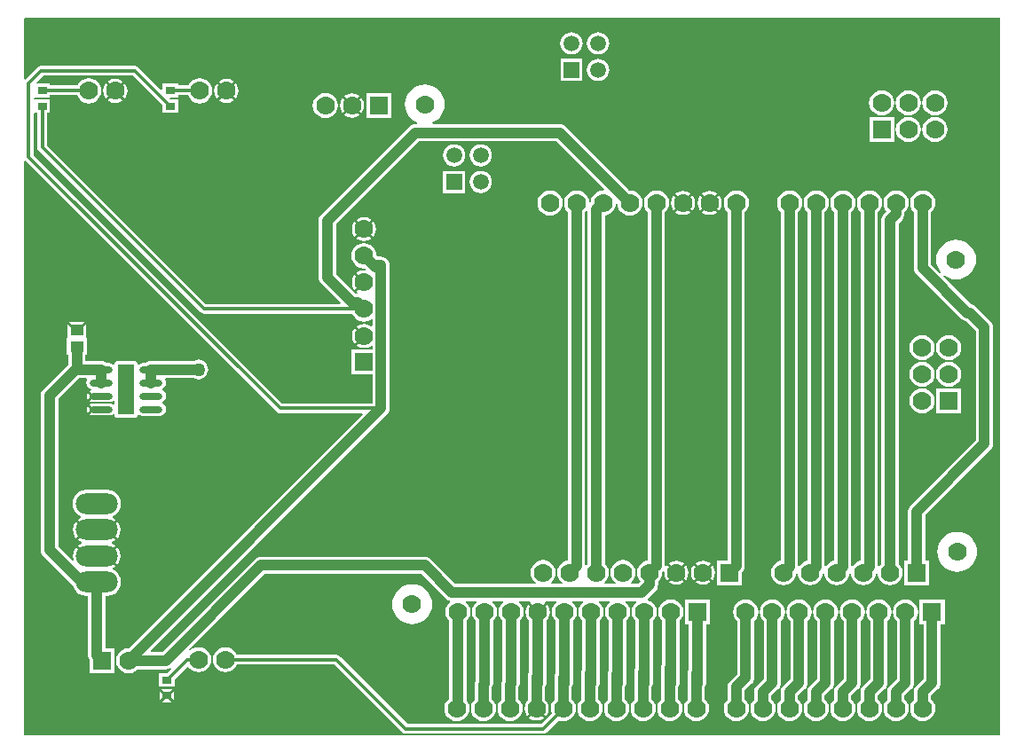
<source format=gbl>
G04 Layer_Physical_Order=2*
G04 Layer_Color=16711680*
%FSLAX25Y25*%
%MOIN*%
G70*
G01*
G75*
%ADD10R,0.05118X0.03937*%
%ADD14C,0.04000*%
%ADD15C,0.01200*%
%ADD18R,0.07000X0.07000*%
%ADD19C,0.07000*%
%ADD20C,0.07000*%
%ADD21C,0.05906*%
%ADD22R,0.05906X0.05906*%
%ADD23R,0.07000X0.07000*%
%ADD24O,0.15748X0.07874*%
%ADD25C,0.05000*%
%ADD26R,0.03543X0.02756*%
%ADD27O,0.08661X0.02362*%
%ADD28C,0.02500*%
%ADD29R,0.06299X0.18898*%
G36*
X255355Y196555D02*
Y64078D01*
X255231Y63982D01*
X254869Y63511D01*
X254369Y63681D01*
Y196159D01*
X254494Y196254D01*
X254855Y196725D01*
X255355Y196555D01*
D02*
G37*
G36*
X261392Y204791D02*
X261246Y204496D01*
X261131Y204345D01*
X259915Y204185D01*
X258771Y203712D01*
X257790Y202958D01*
X257036Y201976D01*
X256563Y200833D01*
X256437Y199881D01*
X256395Y199816D01*
X256361Y199798D01*
X255820Y200079D01*
X255721Y200833D01*
X255247Y201976D01*
X254494Y202958D01*
X253512Y203712D01*
X252369Y204185D01*
X251142Y204347D01*
X249915Y204185D01*
X248772Y203712D01*
X247790Y202958D01*
X247036Y201976D01*
X246563Y200833D01*
X246401Y199606D01*
X246563Y198379D01*
X247036Y197236D01*
X247790Y196254D01*
X247914Y196159D01*
Y65282D01*
X247356Y65209D01*
X246213Y64735D01*
X245231Y63982D01*
X244477Y63000D01*
X244004Y61857D01*
X243842Y60630D01*
X244004Y59403D01*
X244477Y58260D01*
X245231Y57278D01*
X245753Y56877D01*
X245583Y56377D01*
X241582D01*
X241413Y56877D01*
X241935Y57278D01*
X242688Y58260D01*
X243162Y59403D01*
X243323Y60630D01*
X243162Y61857D01*
X242688Y63000D01*
X241935Y63982D01*
X240953Y64735D01*
X239810Y65209D01*
X238583Y65371D01*
X237356Y65209D01*
X236212Y64735D01*
X235231Y63982D01*
X234477Y63000D01*
X234004Y61857D01*
X233842Y60630D01*
X234004Y59403D01*
X234477Y58260D01*
X235231Y57278D01*
X235753Y56877D01*
X235583Y56377D01*
X205668D01*
X196377Y65668D01*
X195708Y66181D01*
X194930Y66504D01*
X194095Y66613D01*
X132649D01*
X131813Y66504D01*
X131035Y66181D01*
X130366Y65668D01*
X95485Y30787D01*
X91280D01*
X91089Y31249D01*
X179942Y120102D01*
X180455Y120771D01*
X180778Y121549D01*
X180887Y122384D01*
Y176164D01*
X180778Y176999D01*
X180455Y177778D01*
X179942Y178446D01*
X179274Y178959D01*
X178495Y179281D01*
X177660Y179391D01*
X176388D01*
X176000Y179764D01*
X175839Y180991D01*
X175365Y182134D01*
X174612Y183116D01*
X173630Y183869D01*
X172487Y184343D01*
X171260Y184504D01*
X170033Y184343D01*
X168890Y183869D01*
X167908Y183116D01*
X167154Y182134D01*
X166681Y180991D01*
X166519Y179764D01*
X166681Y178537D01*
X167154Y177393D01*
X167908Y176412D01*
X168890Y175658D01*
X170033Y175185D01*
X171260Y175023D01*
X171415Y175044D01*
X171730Y174692D01*
X171521Y174268D01*
X171260Y174303D01*
X170085Y174148D01*
X168990Y173695D01*
X168450Y173280D01*
X171613Y170117D01*
X171260Y169764D01*
X171613Y169410D01*
X168450Y166247D01*
X168819Y165964D01*
X168668Y165501D01*
X168240Y165459D01*
X160708Y172991D01*
Y191577D01*
X191888Y222757D01*
X243427D01*
X261392Y204791D01*
D02*
G37*
G36*
X410138Y269291D02*
Y106D01*
X410138Y-394D01*
X43701D01*
Y215201D01*
X44201Y215409D01*
X138523Y121087D01*
X139118Y120689D01*
X139820Y120549D01*
X170607D01*
X170798Y120087D01*
X82990Y32279D01*
X82835Y32300D01*
X81608Y32138D01*
X80464Y31664D01*
X79483Y30911D01*
X78729Y29929D01*
X78256Y28786D01*
X78094Y27559D01*
X78256Y26332D01*
X78729Y25189D01*
X79483Y24207D01*
X80464Y23454D01*
X81608Y22980D01*
X82835Y22818D01*
X84061Y22980D01*
X85205Y23454D01*
X86187Y24207D01*
X86282Y24331D01*
X96822D01*
X97657Y24441D01*
X98436Y24764D01*
X98741Y24368D01*
X97227Y22853D01*
X94273D01*
Y17698D01*
X100216D01*
Y20652D01*
X104834Y25270D01*
X105333Y25237D01*
X105821Y24601D01*
X106803Y23847D01*
X107946Y23374D01*
X109173Y23212D01*
X110400Y23374D01*
X111544Y23847D01*
X112525Y24601D01*
X113279Y25583D01*
X113752Y26726D01*
X113914Y27953D01*
X113752Y29180D01*
X113279Y30323D01*
X112525Y31305D01*
X111544Y32058D01*
X110400Y32532D01*
X109173Y32693D01*
X107946Y32532D01*
X106803Y32058D01*
X105899Y31365D01*
X105569Y31741D01*
X133986Y60158D01*
X192758D01*
X202048Y50867D01*
X202717Y50354D01*
X203495Y50032D01*
X203617Y49512D01*
X203184Y49179D01*
X202430Y48197D01*
X201957Y47054D01*
X201795Y45827D01*
X201957Y44600D01*
X202430Y43457D01*
X203184Y42475D01*
X203308Y42379D01*
Y13356D01*
X202790Y12958D01*
X202036Y11976D01*
X201563Y10833D01*
X201401Y9606D01*
X201563Y8379D01*
X202036Y7236D01*
X202790Y6254D01*
X203771Y5501D01*
X204915Y5027D01*
X206142Y4866D01*
X207369Y5027D01*
X208512Y5501D01*
X209494Y6254D01*
X210247Y7236D01*
X210721Y8379D01*
X210882Y9606D01*
X210721Y10833D01*
X210247Y11976D01*
X209763Y12607D01*
Y42379D01*
X209888Y42475D01*
X210641Y43457D01*
X211115Y44600D01*
X211276Y45827D01*
X211115Y47054D01*
X210641Y48197D01*
X209888Y49179D01*
X209536Y49448D01*
X209697Y49922D01*
X213374D01*
X213535Y49448D01*
X213183Y49179D01*
X212430Y48197D01*
X211957Y47054D01*
X211795Y45827D01*
X211957Y44600D01*
X212430Y43457D01*
X213183Y42475D01*
X213308Y42379D01*
Y20024D01*
X213024Y19339D01*
X212914Y18504D01*
Y13054D01*
X212790Y12958D01*
X212036Y11976D01*
X211563Y10833D01*
X211401Y9606D01*
X211563Y8379D01*
X212036Y7236D01*
X212790Y6254D01*
X213772Y5501D01*
X214915Y5027D01*
X216142Y4866D01*
X217369Y5027D01*
X218512Y5501D01*
X219494Y6254D01*
X220247Y7236D01*
X220721Y8379D01*
X220882Y9606D01*
X220721Y10833D01*
X220247Y11976D01*
X219494Y12958D01*
X219369Y13054D01*
Y17377D01*
X219653Y18062D01*
X219763Y18898D01*
Y42379D01*
X219888Y42475D01*
X220641Y43457D01*
X221115Y44600D01*
X221276Y45827D01*
X221115Y47054D01*
X220641Y48197D01*
X219888Y49179D01*
X219536Y49448D01*
X219697Y49922D01*
X223374D01*
X223535Y49448D01*
X223183Y49179D01*
X222430Y48197D01*
X221957Y47054D01*
X221795Y45827D01*
X221957Y44600D01*
X222430Y43457D01*
X223183Y42475D01*
X223308Y42379D01*
Y20024D01*
X223024Y19339D01*
X222914Y18504D01*
Y13054D01*
X222790Y12958D01*
X222036Y11976D01*
X221563Y10833D01*
X221401Y9606D01*
X221563Y8379D01*
X222036Y7236D01*
X222790Y6254D01*
X223772Y5501D01*
X224915Y5027D01*
X226142Y4866D01*
X227369Y5027D01*
X228512Y5501D01*
X229494Y6254D01*
X230247Y7236D01*
X230721Y8379D01*
X230882Y9606D01*
X230721Y10833D01*
X230247Y11976D01*
X229494Y12958D01*
X229369Y13054D01*
Y17377D01*
X229653Y18062D01*
X229763Y18898D01*
Y42379D01*
X229888Y42475D01*
X230641Y43457D01*
X231115Y44600D01*
X231276Y45827D01*
X231115Y47054D01*
X230641Y48197D01*
X229888Y49179D01*
X229536Y49448D01*
X229697Y49922D01*
X233659D01*
X233829Y49422D01*
X233726Y49343D01*
X236536Y46534D01*
X239345Y49343D01*
X239242Y49422D01*
X239412Y49922D01*
X243374D01*
X243535Y49448D01*
X243183Y49179D01*
X242430Y48197D01*
X241957Y47054D01*
X241795Y45827D01*
X241957Y44600D01*
X242430Y43457D01*
X243183Y42475D01*
X243308Y42379D01*
Y22780D01*
X243024Y22095D01*
X242914Y21260D01*
Y13054D01*
X242790Y12958D01*
X242036Y11976D01*
X241563Y10833D01*
X241401Y9606D01*
X241563Y8379D01*
X241784Y7844D01*
X237744Y3804D01*
X187768D01*
X162321Y29250D01*
X161726Y29648D01*
X161024Y29788D01*
X123500D01*
X123279Y30323D01*
X122525Y31305D01*
X121544Y32058D01*
X120400Y32532D01*
X119173Y32693D01*
X117946Y32532D01*
X116803Y32058D01*
X115821Y31305D01*
X115068Y30323D01*
X114594Y29180D01*
X114433Y27953D01*
X114594Y26726D01*
X115068Y25583D01*
X115821Y24601D01*
X116803Y23847D01*
X117946Y23374D01*
X119173Y23212D01*
X120400Y23374D01*
X121544Y23847D01*
X122525Y24601D01*
X123279Y25583D01*
X123500Y26118D01*
X160263D01*
X185710Y671D01*
X186305Y273D01*
X187008Y133D01*
X238504D01*
X239206Y273D01*
X239802Y671D01*
X244380Y5249D01*
X244915Y5027D01*
X246142Y4866D01*
X247369Y5027D01*
X248512Y5501D01*
X249494Y6254D01*
X250247Y7236D01*
X250721Y8379D01*
X250882Y9606D01*
X250721Y10833D01*
X250247Y11976D01*
X249494Y12958D01*
X249369Y13054D01*
Y17377D01*
X249653Y18062D01*
X249763Y18898D01*
Y42379D01*
X249888Y42475D01*
X250641Y43457D01*
X251115Y44600D01*
X251276Y45827D01*
X251115Y47054D01*
X250641Y48197D01*
X249888Y49179D01*
X249536Y49448D01*
X249697Y49922D01*
X253374D01*
X253535Y49448D01*
X253184Y49179D01*
X252430Y48197D01*
X251957Y47054D01*
X251795Y45827D01*
X251957Y44600D01*
X252430Y43457D01*
X253184Y42475D01*
X253308Y42379D01*
Y24355D01*
X253024Y23670D01*
X252914Y22835D01*
Y13054D01*
X252790Y12958D01*
X252036Y11976D01*
X251563Y10833D01*
X251401Y9606D01*
X251563Y8379D01*
X252036Y7236D01*
X252790Y6254D01*
X253771Y5501D01*
X254915Y5027D01*
X256142Y4866D01*
X257369Y5027D01*
X258512Y5501D01*
X259494Y6254D01*
X260247Y7236D01*
X260721Y8379D01*
X260882Y9606D01*
X260721Y10833D01*
X260247Y11976D01*
X259494Y12958D01*
X259369Y13054D01*
Y17377D01*
X259653Y18062D01*
X259763Y18898D01*
Y42379D01*
X259888Y42475D01*
X260641Y43457D01*
X261115Y44600D01*
X261276Y45827D01*
X261115Y47054D01*
X260641Y48197D01*
X259888Y49179D01*
X259536Y49448D01*
X259697Y49922D01*
X263374D01*
X263535Y49448D01*
X263183Y49179D01*
X262430Y48197D01*
X261957Y47054D01*
X261795Y45827D01*
X261957Y44600D01*
X262430Y43457D01*
X263183Y42475D01*
X263308Y42379D01*
Y23961D01*
X263024Y23276D01*
X262914Y22441D01*
Y13054D01*
X262790Y12958D01*
X262036Y11976D01*
X261563Y10833D01*
X261401Y9606D01*
X261563Y8379D01*
X262036Y7236D01*
X262790Y6254D01*
X263772Y5501D01*
X264915Y5027D01*
X266142Y4866D01*
X267369Y5027D01*
X268512Y5501D01*
X269494Y6254D01*
X270247Y7236D01*
X270721Y8379D01*
X270882Y9606D01*
X270721Y10833D01*
X270247Y11976D01*
X269494Y12958D01*
X269369Y13054D01*
Y17377D01*
X269653Y18062D01*
X269763Y18898D01*
Y42379D01*
X269888Y42475D01*
X270641Y43457D01*
X271115Y44600D01*
X271276Y45827D01*
X271115Y47054D01*
X270641Y48197D01*
X269888Y49179D01*
X269536Y49448D01*
X269697Y49922D01*
X273374D01*
X273535Y49448D01*
X273183Y49179D01*
X272430Y48197D01*
X271957Y47054D01*
X271795Y45827D01*
X271957Y44600D01*
X272430Y43457D01*
X273183Y42475D01*
X273308Y42379D01*
Y24749D01*
X273024Y24064D01*
X272914Y23228D01*
Y13054D01*
X272790Y12958D01*
X272036Y11976D01*
X271563Y10833D01*
X271401Y9606D01*
X271563Y8379D01*
X272036Y7236D01*
X272790Y6254D01*
X273772Y5501D01*
X274915Y5027D01*
X276142Y4866D01*
X277369Y5027D01*
X278512Y5501D01*
X279494Y6254D01*
X280247Y7236D01*
X280721Y8379D01*
X280882Y9606D01*
X280721Y10833D01*
X280247Y11976D01*
X279494Y12958D01*
X279369Y13054D01*
Y17377D01*
X279653Y18062D01*
X279763Y18898D01*
Y42379D01*
X279888Y42475D01*
X280641Y43457D01*
X281115Y44600D01*
X281276Y45827D01*
X281115Y47054D01*
X280641Y48197D01*
X279888Y49179D01*
X278906Y49932D01*
X277977Y50317D01*
X277873Y50867D01*
X280865Y53860D01*
X281378Y54528D01*
X281700Y55307D01*
X281810Y56142D01*
Y57182D01*
X281935Y57278D01*
X282688Y58260D01*
X283162Y59403D01*
X283323Y60630D01*
X283301Y60799D01*
X283376Y60870D01*
X283424Y60907D01*
X283448Y60938D01*
X283650Y61128D01*
X284086Y60948D01*
X284044Y60630D01*
X284199Y59455D01*
X284652Y58360D01*
X285066Y57821D01*
X287876Y60630D01*
X285066Y63439D01*
X284864Y63175D01*
X284369Y63352D01*
Y196159D01*
X284494Y196254D01*
X285247Y197236D01*
X285721Y198379D01*
X285882Y199606D01*
X285721Y200833D01*
X285247Y201976D01*
X284494Y202958D01*
X283512Y203712D01*
X282369Y204185D01*
X281142Y204347D01*
X279915Y204185D01*
X278771Y203712D01*
X277790Y202958D01*
X277036Y201976D01*
X276563Y200833D01*
X276401Y199606D01*
X276563Y198379D01*
X277036Y197236D01*
X277790Y196254D01*
X277914Y196159D01*
Y65282D01*
X277356Y65209D01*
X276213Y64735D01*
X275231Y63982D01*
X274477Y63000D01*
X274004Y61857D01*
X273842Y60630D01*
X274004Y59403D01*
X274477Y58260D01*
X275198Y57321D01*
X274254Y56377D01*
X271583D01*
X271413Y56877D01*
X271935Y57278D01*
X272688Y58260D01*
X273162Y59403D01*
X273323Y60630D01*
X273162Y61857D01*
X272688Y63000D01*
X271935Y63982D01*
X270953Y64735D01*
X269810Y65209D01*
X268583Y65371D01*
X267356Y65209D01*
X266213Y64735D01*
X265231Y63982D01*
X264477Y63000D01*
X264004Y61857D01*
X263842Y60630D01*
X264004Y59403D01*
X264477Y58260D01*
X265231Y57278D01*
X265753Y56877D01*
X265583Y56377D01*
X261582D01*
X261413Y56877D01*
X261935Y57278D01*
X262688Y58260D01*
X263162Y59403D01*
X263323Y60630D01*
X263162Y61857D01*
X262688Y63000D01*
X261935Y63982D01*
X261810Y64078D01*
Y194954D01*
X262369Y195027D01*
X263512Y195501D01*
X264494Y196254D01*
X265247Y197236D01*
X265721Y198379D01*
X265821Y199142D01*
X266040Y199340D01*
X266362Y199417D01*
X266435Y199352D01*
X266563Y198379D01*
X267036Y197236D01*
X267790Y196254D01*
X268772Y195501D01*
X269915Y195027D01*
X271142Y194866D01*
X272369Y195027D01*
X273512Y195501D01*
X274494Y196254D01*
X275247Y197236D01*
X275721Y198379D01*
X275882Y199606D01*
X275721Y200833D01*
X275247Y201976D01*
X274494Y202958D01*
X273512Y203712D01*
X272369Y204185D01*
X271142Y204347D01*
X270986Y204326D01*
X247046Y228267D01*
X246378Y228779D01*
X245599Y229102D01*
X244764Y229212D01*
X197079D01*
X196959Y229698D01*
X198254Y230390D01*
X199388Y231321D01*
X200319Y232455D01*
X201011Y233749D01*
X201437Y235154D01*
X201581Y236614D01*
X201437Y238075D01*
X201011Y239479D01*
X200319Y240773D01*
X199388Y241908D01*
X198254Y242839D01*
X196959Y243530D01*
X195555Y243956D01*
X194095Y244100D01*
X192634Y243956D01*
X191230Y243530D01*
X189936Y242839D01*
X188801Y241908D01*
X187870Y240773D01*
X187178Y239479D01*
X186752Y238075D01*
X186608Y236614D01*
X186752Y235154D01*
X187178Y233749D01*
X187870Y232455D01*
X188801Y231321D01*
X189936Y230390D01*
X191230Y229698D01*
X191110Y229212D01*
X190551D01*
X189716Y229102D01*
X188937Y228779D01*
X188269Y228267D01*
X155198Y195196D01*
X154685Y194527D01*
X154363Y193749D01*
X154253Y192913D01*
Y171653D01*
X154363Y170818D01*
X154685Y170040D01*
X155198Y169371D01*
X162508Y162061D01*
X162317Y161599D01*
X111863D01*
X52229Y221233D01*
Y233446D01*
X53365D01*
Y238602D01*
X47422D01*
X47111Y238973D01*
Y238980D01*
X47422Y239351D01*
X53365D01*
Y240094D01*
X63426D01*
X63729Y239362D01*
X64482Y238380D01*
X65464Y237627D01*
X66608Y237153D01*
X67835Y236992D01*
X69061Y237153D01*
X70205Y237627D01*
X71187Y238380D01*
X71940Y239362D01*
X72414Y240505D01*
X72575Y241732D01*
X72414Y242959D01*
X71940Y244103D01*
X71187Y245084D01*
X70205Y245838D01*
X69061Y246311D01*
X67835Y246473D01*
X66608Y246311D01*
X65464Y245838D01*
X64482Y245084D01*
X63729Y244103D01*
X63589Y243764D01*
X53365D01*
Y244507D01*
X48543D01*
X48352Y244969D01*
X50760Y247377D01*
X84476D01*
X95454Y236400D01*
Y233446D01*
X101397D01*
Y238602D01*
X98521D01*
X98309Y238866D01*
X98524Y239351D01*
X101397D01*
Y240094D01*
X105158D01*
X105462Y239362D01*
X106215Y238380D01*
X107197Y237627D01*
X108340Y237153D01*
X109567Y236992D01*
X110794Y237153D01*
X111937Y237627D01*
X112919Y238380D01*
X113672Y239362D01*
X114146Y240505D01*
X114307Y241732D01*
X114146Y242959D01*
X113672Y244103D01*
X112919Y245084D01*
X111937Y245838D01*
X110794Y246311D01*
X109567Y246473D01*
X108340Y246311D01*
X107197Y245838D01*
X106215Y245084D01*
X105462Y244103D01*
X105321Y243764D01*
X101397D01*
Y244507D01*
X95454D01*
Y242244D01*
X94992Y242053D01*
X86534Y250510D01*
X85939Y250908D01*
X85236Y251048D01*
X50000D01*
X49298Y250908D01*
X48702Y250510D01*
X44201Y246009D01*
X43701Y246216D01*
Y268791D01*
X44201Y269291D01*
X410138Y269291D01*
D02*
G37*
G36*
X48558Y220472D02*
X48698Y219770D01*
X49096Y219175D01*
X109805Y158466D01*
X110400Y158068D01*
X111102Y157929D01*
X166933D01*
X167154Y157394D01*
X167908Y156412D01*
X168890Y155658D01*
X170033Y155185D01*
X171260Y155023D01*
X172487Y155185D01*
X173630Y155658D01*
X173984Y155930D01*
X174432Y155709D01*
Y153409D01*
X173984Y153188D01*
X173529Y153537D01*
X172435Y153990D01*
X171260Y154145D01*
X170085Y153990D01*
X168990Y153537D01*
X168450Y153123D01*
X171613Y149960D01*
X171260Y149606D01*
X171613Y149253D01*
X168450Y146090D01*
X168990Y145676D01*
X170085Y145222D01*
X171260Y145068D01*
X172435Y145222D01*
X173529Y145676D01*
X173984Y146024D01*
X174432Y145803D01*
Y144464D01*
X166560D01*
Y135064D01*
X174432D01*
Y124220D01*
X140581D01*
X47111Y217689D01*
Y233075D01*
X47422Y233446D01*
X48558D01*
Y220472D01*
D02*
G37*
%LPC*%
G36*
X63101Y79893D02*
X62617Y79261D01*
X62119Y78061D01*
X61950Y76772D01*
X62119Y75483D01*
X62617Y74282D01*
X63101Y73651D01*
X66222Y76772D01*
X63101Y79893D01*
D02*
G37*
G36*
X78631D02*
X75510Y76772D01*
X78631Y73651D01*
X79116Y74282D01*
X79613Y75483D01*
X79783Y76772D01*
X79613Y78061D01*
X79116Y79261D01*
X78631Y79893D01*
D02*
G37*
G36*
X394094Y75990D02*
X392634Y75846D01*
X391230Y75420D01*
X389935Y74728D01*
X388801Y73797D01*
X387870Y72663D01*
X387178Y71369D01*
X386752Y69964D01*
X386608Y68504D01*
X386752Y67044D01*
X387178Y65639D01*
X387870Y64345D01*
X388801Y63210D01*
X389935Y62279D01*
X391230Y61588D01*
X392634Y61162D01*
X394094Y61018D01*
X395555Y61162D01*
X396959Y61588D01*
X398253Y62279D01*
X399388Y63210D01*
X400319Y64345D01*
X401011Y65639D01*
X401437Y67044D01*
X401580Y68504D01*
X401437Y69964D01*
X401011Y71369D01*
X400319Y72663D01*
X399388Y73797D01*
X398253Y74728D01*
X396959Y75420D01*
X395555Y75846D01*
X394094Y75990D01*
D02*
G37*
G36*
X371142Y204347D02*
X369915Y204185D01*
X368772Y203712D01*
X367790Y202958D01*
X367036Y201976D01*
X366563Y200833D01*
X366401Y199606D01*
X366563Y198379D01*
X367036Y197236D01*
X367568Y196543D01*
X366615Y195589D01*
X366103Y194921D01*
X365780Y194142D01*
X365670Y193307D01*
Y64078D01*
X365546Y63982D01*
X364869Y63101D01*
X364441Y63192D01*
X364369Y63231D01*
Y196159D01*
X364494Y196254D01*
X365247Y197236D01*
X365721Y198379D01*
X365882Y199606D01*
X365721Y200833D01*
X365247Y201976D01*
X364494Y202958D01*
X363512Y203712D01*
X362369Y204185D01*
X361142Y204347D01*
X359915Y204185D01*
X358771Y203712D01*
X357790Y202958D01*
X357036Y201976D01*
X356563Y200833D01*
X356401Y199606D01*
X356563Y198379D01*
X357036Y197236D01*
X357790Y196254D01*
X357914Y196159D01*
Y65241D01*
X357671Y65209D01*
X356527Y64735D01*
X355546Y63982D01*
X354869Y63101D01*
X354441Y63192D01*
X354369Y63231D01*
Y196159D01*
X354494Y196254D01*
X355247Y197236D01*
X355721Y198379D01*
X355882Y199606D01*
X355721Y200833D01*
X355247Y201976D01*
X354494Y202958D01*
X353512Y203712D01*
X352369Y204185D01*
X351142Y204347D01*
X349915Y204185D01*
X348772Y203712D01*
X347790Y202958D01*
X347036Y201976D01*
X346563Y200833D01*
X346401Y199606D01*
X346563Y198379D01*
X347036Y197236D01*
X347790Y196254D01*
X347914Y196159D01*
Y65241D01*
X347671Y65209D01*
X346527Y64735D01*
X345546Y63982D01*
X344869Y63101D01*
X344441Y63192D01*
X344369Y63231D01*
Y196159D01*
X344494Y196254D01*
X345247Y197236D01*
X345721Y198379D01*
X345882Y199606D01*
X345721Y200833D01*
X345247Y201976D01*
X344494Y202958D01*
X343512Y203712D01*
X342369Y204185D01*
X341142Y204347D01*
X339915Y204185D01*
X338772Y203712D01*
X337790Y202958D01*
X337036Y201976D01*
X336563Y200833D01*
X336401Y199606D01*
X336563Y198379D01*
X337036Y197236D01*
X337790Y196254D01*
X337914Y196159D01*
Y65241D01*
X337671Y65209D01*
X336527Y64735D01*
X335546Y63982D01*
X334869Y63101D01*
X334441Y63192D01*
X334369Y63231D01*
Y196159D01*
X334494Y196254D01*
X335247Y197236D01*
X335721Y198379D01*
X335882Y199606D01*
X335721Y200833D01*
X335247Y201976D01*
X334494Y202958D01*
X333512Y203712D01*
X332369Y204185D01*
X331142Y204347D01*
X329915Y204185D01*
X328771Y203712D01*
X327790Y202958D01*
X327036Y201976D01*
X326563Y200833D01*
X326401Y199606D01*
X326563Y198379D01*
X327036Y197236D01*
X327790Y196254D01*
X327914Y196159D01*
Y65241D01*
X327671Y65209D01*
X326527Y64735D01*
X325546Y63982D01*
X324792Y63000D01*
X324319Y61857D01*
X324157Y60630D01*
X324319Y59403D01*
X324792Y58260D01*
X325546Y57278D01*
X326527Y56524D01*
X327671Y56051D01*
X328898Y55889D01*
X330125Y56051D01*
X331268Y56524D01*
X332250Y57278D01*
X333003Y58260D01*
X333477Y59403D01*
X333613Y60436D01*
X333672Y60481D01*
X334206Y60258D01*
X334319Y59403D01*
X334792Y58260D01*
X335546Y57278D01*
X336527Y56524D01*
X337671Y56051D01*
X338898Y55889D01*
X340125Y56051D01*
X341268Y56524D01*
X342250Y57278D01*
X343003Y58260D01*
X343477Y59403D01*
X343613Y60436D01*
X343672Y60481D01*
X344206Y60258D01*
X344319Y59403D01*
X344792Y58260D01*
X345546Y57278D01*
X346527Y56524D01*
X347671Y56051D01*
X348898Y55889D01*
X350125Y56051D01*
X351268Y56524D01*
X352250Y57278D01*
X353003Y58260D01*
X353477Y59403D01*
X353613Y60436D01*
X353672Y60481D01*
X354206Y60258D01*
X354319Y59403D01*
X354792Y58260D01*
X355546Y57278D01*
X356527Y56524D01*
X357671Y56051D01*
X358898Y55889D01*
X360125Y56051D01*
X361268Y56524D01*
X362250Y57278D01*
X363003Y58260D01*
X363477Y59403D01*
X363613Y60436D01*
X363672Y60481D01*
X364206Y60258D01*
X364319Y59403D01*
X364792Y58260D01*
X365546Y57278D01*
X366527Y56524D01*
X367671Y56051D01*
X368898Y55889D01*
X370125Y56051D01*
X371268Y56524D01*
X372250Y57278D01*
X373003Y58260D01*
X373477Y59403D01*
X373638Y60630D01*
X373477Y61857D01*
X373003Y63000D01*
X372250Y63982D01*
X372125Y64078D01*
Y191970D01*
X373424Y193269D01*
X373937Y193937D01*
X374259Y194716D01*
X374369Y195551D01*
Y196159D01*
X374494Y196254D01*
X375247Y197236D01*
X375721Y198379D01*
X375882Y199606D01*
X375721Y200833D01*
X375247Y201976D01*
X374494Y202958D01*
X373512Y203712D01*
X372369Y204185D01*
X371142Y204347D01*
D02*
G37*
G36*
X298583Y65169D02*
X297408Y65014D01*
X296313Y64561D01*
X295774Y64146D01*
X298583Y61337D01*
X301392Y64146D01*
X300852Y64561D01*
X299758Y65014D01*
X298583Y65169D01*
D02*
G37*
G36*
X78631Y70050D02*
X75510Y66929D01*
X78631Y63808D01*
X79116Y64439D01*
X79613Y65640D01*
X79783Y66929D01*
X79613Y68218D01*
X79116Y69419D01*
X78631Y70050D01*
D02*
G37*
G36*
X288583Y65169D02*
X287408Y65014D01*
X286313Y64561D01*
X285773Y64146D01*
X288583Y61337D01*
X291392Y64146D01*
X290852Y64561D01*
X289757Y65014D01*
X288583Y65169D01*
D02*
G37*
G36*
X380945Y129937D02*
X379718Y129776D01*
X378574Y129302D01*
X377593Y128549D01*
X376839Y127567D01*
X376366Y126424D01*
X376204Y125197D01*
X376366Y123970D01*
X376839Y122827D01*
X377593Y121845D01*
X378574Y121091D01*
X379718Y120618D01*
X380945Y120456D01*
X382172Y120618D01*
X383315Y121091D01*
X384297Y121845D01*
X385050Y122827D01*
X385524Y123970D01*
X385685Y125197D01*
X385524Y126424D01*
X385050Y127567D01*
X384297Y128549D01*
X383315Y129302D01*
X382172Y129776D01*
X380945Y129937D01*
D02*
G37*
G36*
X390945Y149937D02*
X389718Y149776D01*
X388575Y149302D01*
X387593Y148549D01*
X386839Y147567D01*
X386366Y146424D01*
X386204Y145197D01*
X386366Y143970D01*
X386839Y142827D01*
X387593Y141845D01*
X388575Y141091D01*
X389718Y140618D01*
X390945Y140456D01*
X392172Y140618D01*
X393315Y141091D01*
X394297Y141845D01*
X395050Y142827D01*
X395524Y143970D01*
X395685Y145197D01*
X395524Y146424D01*
X395050Y147567D01*
X394297Y148549D01*
X393315Y149302D01*
X392172Y149776D01*
X390945Y149937D01*
D02*
G37*
G36*
X380945D02*
X379718Y149776D01*
X378574Y149302D01*
X377593Y148549D01*
X376839Y147567D01*
X376366Y146424D01*
X376204Y145197D01*
X376366Y143970D01*
X376839Y142827D01*
X377593Y141845D01*
X378574Y141091D01*
X379718Y140618D01*
X380945Y140456D01*
X382172Y140618D01*
X383315Y141091D01*
X384297Y141845D01*
X385050Y142827D01*
X385524Y143970D01*
X385685Y145197D01*
X385524Y146424D01*
X385050Y147567D01*
X384297Y148549D01*
X383315Y149302D01*
X382172Y149776D01*
X380945Y149937D01*
D02*
G37*
G36*
X167743Y152416D02*
X167329Y151876D01*
X166876Y150781D01*
X166721Y149606D01*
X166876Y148432D01*
X167329Y147337D01*
X167743Y146797D01*
X170553Y149606D01*
X167743Y152416D01*
D02*
G37*
G36*
Y172573D02*
X167329Y172033D01*
X166876Y170939D01*
X166721Y169764D01*
X166876Y168589D01*
X167329Y167494D01*
X167743Y166954D01*
X170553Y169764D01*
X167743Y172573D01*
D02*
G37*
G36*
X66238Y154937D02*
X60534D01*
X63149Y152322D01*
X62442Y151615D01*
X59827Y154230D01*
Y149255D01*
X59627Y148838D01*
X59627Y148583D01*
Y142501D01*
X60158D01*
Y138739D01*
X50867Y129448D01*
X50354Y128779D01*
X50032Y128001D01*
X49922Y127165D01*
Y69291D01*
X50032Y68456D01*
X50354Y67677D01*
X50867Y67009D01*
X61893Y55983D01*
X61924Y55746D01*
X62442Y54496D01*
X63265Y53423D01*
X64338Y52600D01*
X65588Y52082D01*
X66929Y51905D01*
X67639D01*
Y29527D01*
X67749Y28692D01*
X68071Y27914D01*
X68135Y27831D01*
Y22859D01*
X77535D01*
Y32259D01*
X74094D01*
Y51905D01*
X74803D01*
X76144Y52082D01*
X77394Y52600D01*
X78467Y53423D01*
X79290Y54496D01*
X79808Y55746D01*
X79984Y57087D01*
X79808Y58428D01*
X79290Y59677D01*
X78467Y60750D01*
X77394Y61574D01*
X76738Y61845D01*
Y62387D01*
X77293Y62617D01*
X77924Y63101D01*
X74450Y66575D01*
X74803Y66929D01*
X74450Y67283D01*
X77924Y70757D01*
X77293Y71241D01*
X76476Y71580D01*
Y72121D01*
X77293Y72459D01*
X77924Y72944D01*
X74450Y76418D01*
X74803Y76772D01*
X74450Y77125D01*
X77924Y80600D01*
X77293Y81084D01*
X76738Y81314D01*
Y81855D01*
X77394Y82127D01*
X78467Y82951D01*
X79290Y84024D01*
X79808Y85273D01*
X79984Y86614D01*
X79808Y87955D01*
X79290Y89205D01*
X78467Y90278D01*
X77394Y91101D01*
X76144Y91619D01*
X74803Y91796D01*
X66929D01*
X65588Y91619D01*
X64338Y91101D01*
X63265Y90278D01*
X62442Y89205D01*
X61924Y87955D01*
X61748Y86614D01*
X61924Y85273D01*
X62442Y84024D01*
X63265Y82951D01*
X64338Y82127D01*
X64995Y81855D01*
Y81314D01*
X64439Y81084D01*
X63808Y80600D01*
X67283Y77125D01*
X66929Y76772D01*
X67283Y76418D01*
X63808Y72944D01*
X64439Y72459D01*
X65256Y72121D01*
Y71580D01*
X64439Y71241D01*
X63808Y70757D01*
X67283Y67283D01*
X66576Y66575D01*
X63101Y70050D01*
X62617Y69419D01*
X62119Y68218D01*
X61950Y66929D01*
X62119Y65640D01*
X62152Y65560D01*
X61729Y65277D01*
X56377Y70628D01*
Y125828D01*
X64349Y133800D01*
X67010D01*
X67278Y133300D01*
X67048Y132957D01*
X66864Y132028D01*
X67048Y131098D01*
X67575Y130311D01*
X68362Y129785D01*
X68886Y129681D01*
Y129171D01*
X68440Y129082D01*
X68143Y128883D01*
X69645Y127381D01*
X69291Y127028D01*
X69645Y126674D01*
X68143Y125172D01*
X68440Y124973D01*
X69291Y124804D01*
X75590D01*
X76442Y124973D01*
X77017Y125357D01*
X77517Y125153D01*
Y123902D01*
X77017Y123698D01*
X76442Y124082D01*
X75590Y124251D01*
X69291D01*
X68440Y124082D01*
X68143Y123883D01*
X69645Y122381D01*
X69291Y122028D01*
X69645Y121674D01*
X68143Y120172D01*
X68440Y119973D01*
X69291Y119804D01*
X75590D01*
X76442Y119973D01*
X77017Y120357D01*
X77517Y120153D01*
Y120079D01*
X77610Y119611D01*
X77875Y119214D01*
X78272Y118948D01*
X78740Y118855D01*
X85039D01*
X85508Y118948D01*
X85905Y119214D01*
X86170Y119611D01*
X86223Y119876D01*
X86653Y120108D01*
X86763Y120117D01*
X87260Y119785D01*
X88189Y119600D01*
X94488D01*
X95417Y119785D01*
X96205Y120311D01*
X96731Y121098D01*
X96916Y122028D01*
X96731Y122957D01*
X96205Y123744D01*
X95417Y124270D01*
X95406Y124273D01*
Y124783D01*
X95417Y124785D01*
X96205Y125311D01*
X96731Y126099D01*
X96916Y127028D01*
X96731Y127957D01*
X96205Y128744D01*
X95417Y129271D01*
X95406Y129273D01*
Y129782D01*
X95417Y129785D01*
X96205Y130311D01*
X96731Y131098D01*
X96916Y132028D01*
X96731Y132957D01*
X96502Y133300D01*
X96769Y133800D01*
X107203D01*
X107209Y133796D01*
X108109Y133423D01*
X109075Y133296D01*
X110041Y133423D01*
X110941Y133796D01*
X111714Y134389D01*
X112307Y135162D01*
X112680Y136062D01*
X112807Y137028D01*
X112680Y137994D01*
X112307Y138893D01*
X111714Y139666D01*
X110941Y140260D01*
X110041Y140632D01*
X109075Y140760D01*
X108109Y140632D01*
X107209Y140260D01*
X107203Y140255D01*
X91339D01*
X90503Y140145D01*
X89725Y139823D01*
X89246Y139455D01*
X88189D01*
X87260Y139270D01*
X86763Y138938D01*
X86653Y138947D01*
X86223Y139179D01*
X86170Y139445D01*
X85905Y139841D01*
X85508Y140107D01*
X85039Y140200D01*
X78740D01*
X78272Y140107D01*
X77875Y139841D01*
X77610Y139445D01*
X77557Y139179D01*
X77127Y138947D01*
X77017Y138938D01*
X76520Y139270D01*
X75590Y139455D01*
X74534D01*
X74055Y139823D01*
X73276Y140145D01*
X72441Y140255D01*
X66613D01*
Y142501D01*
X67145D01*
X67145Y148838D01*
X66945Y149255D01*
Y149338D01*
Y154230D01*
X64330Y151615D01*
X63623Y152322D01*
X66238Y154937D01*
D02*
G37*
G36*
X67436Y123176D02*
X67237Y122879D01*
X67067Y122028D01*
X67237Y121177D01*
X67436Y120879D01*
X68584Y122028D01*
X67436Y123176D01*
D02*
G37*
G36*
X395645Y129897D02*
X386245D01*
Y120497D01*
X395645D01*
Y129897D01*
D02*
G37*
G36*
X67436Y128176D02*
X67237Y127879D01*
X67067Y127028D01*
X67237Y126177D01*
X67436Y125879D01*
X68584Y127028D01*
X67436Y128176D01*
D02*
G37*
G36*
X390945Y139937D02*
X389718Y139776D01*
X388575Y139302D01*
X387593Y138549D01*
X386839Y137567D01*
X386366Y136424D01*
X386204Y135197D01*
X386366Y133970D01*
X386839Y132827D01*
X387593Y131845D01*
X388575Y131091D01*
X389718Y130618D01*
X390945Y130456D01*
X392172Y130618D01*
X393315Y131091D01*
X394297Y131845D01*
X395050Y132827D01*
X395524Y133970D01*
X395685Y135197D01*
X395524Y136424D01*
X395050Y137567D01*
X394297Y138549D01*
X393315Y139302D01*
X392172Y139776D01*
X390945Y139937D01*
D02*
G37*
G36*
X380945D02*
X379718Y139776D01*
X378574Y139302D01*
X377593Y138549D01*
X376839Y137567D01*
X376366Y136424D01*
X376204Y135197D01*
X376366Y133970D01*
X376839Y132827D01*
X377593Y131845D01*
X378574Y131091D01*
X379718Y130618D01*
X380945Y130456D01*
X382172Y130618D01*
X383315Y131091D01*
X384297Y131845D01*
X385050Y132827D01*
X385524Y133970D01*
X385685Y135197D01*
X385524Y136424D01*
X385050Y137567D01*
X384297Y138549D01*
X383315Y139302D01*
X382172Y139776D01*
X380945Y139937D01*
D02*
G37*
G36*
X302099Y63439D02*
X299290Y60630D01*
X302099Y57821D01*
X302514Y58360D01*
X302967Y59455D01*
X303122Y60630D01*
X302967Y61805D01*
X302514Y62899D01*
X302099Y63439D01*
D02*
G37*
G36*
X354685Y50567D02*
X353458Y50406D01*
X352315Y49932D01*
X351333Y49179D01*
X350580Y48197D01*
X350106Y47054D01*
X349945Y45827D01*
X350106Y44600D01*
X350580Y43457D01*
X351333Y42475D01*
X351458Y42379D01*
Y20628D01*
X348860Y18030D01*
X348347Y17362D01*
X348024Y16583D01*
X347914Y15748D01*
Y13054D01*
X347790Y12958D01*
X347036Y11976D01*
X346563Y10833D01*
X346401Y9606D01*
X346563Y8379D01*
X347036Y7236D01*
X347790Y6254D01*
X348772Y5501D01*
X349915Y5027D01*
X351142Y4866D01*
X352369Y5027D01*
X353512Y5501D01*
X354494Y6254D01*
X355247Y7236D01*
X355721Y8379D01*
X355882Y9606D01*
X355721Y10833D01*
X355247Y11976D01*
X354494Y12958D01*
X354369Y13054D01*
Y14411D01*
X356967Y17009D01*
X357480Y17677D01*
X357803Y18456D01*
X357913Y19291D01*
Y42379D01*
X358037Y42475D01*
X358791Y43457D01*
X359264Y44600D01*
X359426Y45827D01*
X359264Y47054D01*
X358791Y48197D01*
X358037Y49179D01*
X357055Y49932D01*
X355912Y50406D01*
X354685Y50567D01*
D02*
G37*
G36*
X344685D02*
X343458Y50406D01*
X342315Y49932D01*
X341333Y49179D01*
X340580Y48197D01*
X340106Y47054D01*
X339945Y45827D01*
X340106Y44600D01*
X340580Y43457D01*
X341333Y42475D01*
X341458Y42379D01*
Y20628D01*
X338860Y18030D01*
X338347Y17362D01*
X338024Y16583D01*
X337914Y15748D01*
Y13054D01*
X337790Y12958D01*
X337036Y11976D01*
X336563Y10833D01*
X336401Y9606D01*
X336563Y8379D01*
X337036Y7236D01*
X337790Y6254D01*
X338772Y5501D01*
X339915Y5027D01*
X341142Y4866D01*
X342369Y5027D01*
X343512Y5501D01*
X344494Y6254D01*
X345247Y7236D01*
X345721Y8379D01*
X345882Y9606D01*
X345721Y10833D01*
X345247Y11976D01*
X344494Y12958D01*
X344369Y13054D01*
Y14411D01*
X346968Y17009D01*
X347480Y17677D01*
X347803Y18456D01*
X347913Y19291D01*
Y42379D01*
X348037Y42475D01*
X348791Y43457D01*
X349264Y44600D01*
X349426Y45827D01*
X349264Y47054D01*
X348791Y48197D01*
X348037Y49179D01*
X347056Y49932D01*
X345912Y50406D01*
X344685Y50567D01*
D02*
G37*
G36*
X364685D02*
X363458Y50406D01*
X362315Y49932D01*
X361333Y49179D01*
X360580Y48197D01*
X360106Y47054D01*
X359945Y45827D01*
X360106Y44600D01*
X360580Y43457D01*
X361333Y42475D01*
X361458Y42379D01*
Y20628D01*
X358859Y18030D01*
X358347Y17362D01*
X358024Y16583D01*
X357914Y15748D01*
Y13054D01*
X357790Y12958D01*
X357036Y11976D01*
X356563Y10833D01*
X356401Y9606D01*
X356563Y8379D01*
X357036Y7236D01*
X357790Y6254D01*
X358771Y5501D01*
X359915Y5027D01*
X361142Y4866D01*
X362369Y5027D01*
X363512Y5501D01*
X364494Y6254D01*
X365247Y7236D01*
X365721Y8379D01*
X365882Y9606D01*
X365721Y10833D01*
X365247Y11976D01*
X364494Y12958D01*
X364369Y13054D01*
Y14411D01*
X366968Y17009D01*
X367480Y17677D01*
X367803Y18456D01*
X367913Y19291D01*
Y42379D01*
X368037Y42475D01*
X368791Y43457D01*
X369264Y44600D01*
X369426Y45827D01*
X369264Y47054D01*
X368791Y48197D01*
X368037Y49179D01*
X367056Y49932D01*
X365912Y50406D01*
X364685Y50567D01*
D02*
G37*
G36*
X389385Y50527D02*
X379985D01*
Y41127D01*
X381458D01*
Y20628D01*
X378859Y18030D01*
X378347Y17362D01*
X378024Y16583D01*
X377914Y15748D01*
Y13054D01*
X377790Y12958D01*
X377036Y11976D01*
X376563Y10833D01*
X376401Y9606D01*
X376563Y8379D01*
X377036Y7236D01*
X377790Y6254D01*
X378771Y5501D01*
X379915Y5027D01*
X381142Y4866D01*
X382369Y5027D01*
X383512Y5501D01*
X384494Y6254D01*
X385247Y7236D01*
X385721Y8379D01*
X385882Y9606D01*
X385721Y10833D01*
X385247Y11976D01*
X384494Y12958D01*
X384369Y13054D01*
Y14411D01*
X386967Y17009D01*
X387480Y17677D01*
X387803Y18456D01*
X387913Y19291D01*
Y41127D01*
X389385D01*
Y50527D01*
D02*
G37*
G36*
X374685Y50567D02*
X373458Y50406D01*
X372315Y49932D01*
X371333Y49179D01*
X370580Y48197D01*
X370106Y47054D01*
X369945Y45827D01*
X370106Y44600D01*
X370580Y43457D01*
X371333Y42475D01*
X371458Y42379D01*
Y20628D01*
X368860Y18030D01*
X368347Y17362D01*
X368024Y16583D01*
X367914Y15748D01*
Y13054D01*
X367790Y12958D01*
X367036Y11976D01*
X366563Y10833D01*
X366401Y9606D01*
X366563Y8379D01*
X367036Y7236D01*
X367790Y6254D01*
X368772Y5501D01*
X369915Y5027D01*
X371142Y4866D01*
X372369Y5027D01*
X373512Y5501D01*
X374494Y6254D01*
X375247Y7236D01*
X375721Y8379D01*
X375882Y9606D01*
X375721Y10833D01*
X375247Y11976D01*
X374494Y12958D01*
X374369Y13054D01*
Y14411D01*
X376968Y17009D01*
X377480Y17677D01*
X377803Y18456D01*
X377913Y19291D01*
Y42379D01*
X378037Y42475D01*
X378791Y43457D01*
X379264Y44600D01*
X379426Y45827D01*
X379264Y47054D01*
X378791Y48197D01*
X378037Y49179D01*
X377056Y49932D01*
X375912Y50406D01*
X374685Y50567D01*
D02*
G37*
G36*
X301236Y50527D02*
X291836D01*
Y41127D01*
X293308D01*
Y24355D01*
X293024Y23670D01*
X292914Y22835D01*
Y13054D01*
X292790Y12958D01*
X292036Y11976D01*
X291563Y10833D01*
X291401Y9606D01*
X291563Y8379D01*
X292036Y7236D01*
X292790Y6254D01*
X293772Y5501D01*
X294915Y5027D01*
X296142Y4866D01*
X297369Y5027D01*
X298512Y5501D01*
X299494Y6254D01*
X300247Y7236D01*
X300721Y8379D01*
X300882Y9606D01*
X300721Y10833D01*
X300247Y11976D01*
X299494Y12958D01*
X299369Y13054D01*
Y17377D01*
X299653Y18062D01*
X299763Y18898D01*
Y41127D01*
X301236D01*
Y50527D01*
D02*
G37*
G36*
X286536Y50567D02*
X285309Y50406D01*
X284165Y49932D01*
X283184Y49179D01*
X282430Y48197D01*
X281957Y47054D01*
X281795Y45827D01*
X281957Y44600D01*
X282430Y43457D01*
X283184Y42475D01*
X283308Y42379D01*
Y26324D01*
X283024Y25638D01*
X282914Y24803D01*
Y13054D01*
X282790Y12958D01*
X282036Y11976D01*
X281563Y10833D01*
X281401Y9606D01*
X281563Y8379D01*
X282036Y7236D01*
X282790Y6254D01*
X283771Y5501D01*
X284915Y5027D01*
X286142Y4866D01*
X287369Y5027D01*
X288512Y5501D01*
X289494Y6254D01*
X290247Y7236D01*
X290721Y8379D01*
X290882Y9606D01*
X290721Y10833D01*
X290247Y11976D01*
X289494Y12958D01*
X289369Y13054D01*
Y17377D01*
X289653Y18062D01*
X289763Y18898D01*
Y42379D01*
X289888Y42475D01*
X290641Y43457D01*
X291115Y44600D01*
X291276Y45827D01*
X291115Y47054D01*
X290641Y48197D01*
X289888Y49179D01*
X288906Y49932D01*
X287762Y50406D01*
X286536Y50567D01*
D02*
G37*
G36*
X314685D02*
X313458Y50406D01*
X312315Y49932D01*
X311333Y49179D01*
X310580Y48197D01*
X310106Y47054D01*
X309945Y45827D01*
X310106Y44600D01*
X310580Y43457D01*
X311333Y42475D01*
X311458Y42379D01*
Y22597D01*
X308859Y19999D01*
X308347Y19330D01*
X308024Y18552D01*
X307914Y17716D01*
Y13054D01*
X307790Y12958D01*
X307036Y11976D01*
X306563Y10833D01*
X306401Y9606D01*
X306563Y8379D01*
X307036Y7236D01*
X307790Y6254D01*
X308771Y5501D01*
X309915Y5027D01*
X311142Y4866D01*
X312369Y5027D01*
X313512Y5501D01*
X314494Y6254D01*
X315247Y7236D01*
X315721Y8379D01*
X315882Y9606D01*
X315721Y10833D01*
X315247Y11976D01*
X314494Y12958D01*
X314369Y13054D01*
Y16379D01*
X316968Y18978D01*
X317480Y19646D01*
X317803Y20425D01*
X317913Y21260D01*
Y42379D01*
X318037Y42475D01*
X318791Y43457D01*
X319264Y44600D01*
X319426Y45827D01*
X319264Y47054D01*
X318791Y48197D01*
X318037Y49179D01*
X317056Y49932D01*
X315912Y50406D01*
X314685Y50567D01*
D02*
G37*
G36*
X334685D02*
X333458Y50406D01*
X332315Y49932D01*
X331333Y49179D01*
X330580Y48197D01*
X330106Y47054D01*
X329945Y45827D01*
X330106Y44600D01*
X330580Y43457D01*
X331333Y42475D01*
X331458Y42379D01*
Y20628D01*
X328859Y18030D01*
X328347Y17362D01*
X328024Y16583D01*
X327914Y15748D01*
Y13054D01*
X327790Y12958D01*
X327036Y11976D01*
X326563Y10833D01*
X326401Y9606D01*
X326563Y8379D01*
X327036Y7236D01*
X327790Y6254D01*
X328771Y5501D01*
X329915Y5027D01*
X331142Y4866D01*
X332369Y5027D01*
X333512Y5501D01*
X334494Y6254D01*
X335247Y7236D01*
X335721Y8379D01*
X335882Y9606D01*
X335721Y10833D01*
X335247Y11976D01*
X334494Y12958D01*
X334369Y13054D01*
Y14411D01*
X336967Y17009D01*
X337480Y17677D01*
X337803Y18456D01*
X337913Y19291D01*
Y42379D01*
X338037Y42475D01*
X338791Y43457D01*
X339264Y44600D01*
X339426Y45827D01*
X339264Y47054D01*
X338791Y48197D01*
X338037Y49179D01*
X337055Y49932D01*
X335912Y50406D01*
X334685Y50567D01*
D02*
G37*
G36*
X324685D02*
X323458Y50406D01*
X322315Y49932D01*
X321333Y49179D01*
X320580Y48197D01*
X320106Y47054D01*
X319945Y45827D01*
X320106Y44600D01*
X320580Y43457D01*
X321333Y42475D01*
X321458Y42379D01*
Y20628D01*
X318860Y18030D01*
X318347Y17362D01*
X318024Y16583D01*
X317914Y15748D01*
Y13054D01*
X317790Y12958D01*
X317036Y11976D01*
X316563Y10833D01*
X316401Y9606D01*
X316563Y8379D01*
X317036Y7236D01*
X317790Y6254D01*
X318772Y5501D01*
X319915Y5027D01*
X321142Y4866D01*
X322369Y5027D01*
X323512Y5501D01*
X324494Y6254D01*
X325247Y7236D01*
X325721Y8379D01*
X325882Y9606D01*
X325721Y10833D01*
X325247Y11976D01*
X324494Y12958D01*
X324369Y13054D01*
Y14411D01*
X326968Y17009D01*
X327480Y17677D01*
X327803Y18456D01*
X327913Y19291D01*
Y42379D01*
X328037Y42475D01*
X328791Y43457D01*
X329264Y44600D01*
X329426Y45827D01*
X329264Y47054D01*
X328791Y48197D01*
X328037Y49179D01*
X327056Y49932D01*
X325912Y50406D01*
X324685Y50567D01*
D02*
G37*
G36*
X236142Y8899D02*
X233332Y6090D01*
X233872Y5675D01*
X234967Y5222D01*
X236142Y5067D01*
X237316Y5222D01*
X238411Y5675D01*
X238951Y6090D01*
X236142Y8899D01*
D02*
G37*
G36*
X288583Y59923D02*
X285773Y57113D01*
X286313Y56699D01*
X287408Y56246D01*
X288583Y56091D01*
X289757Y56246D01*
X290852Y56699D01*
X291392Y57113D01*
X288583Y59923D01*
D02*
G37*
G36*
X311142Y204347D02*
X309915Y204185D01*
X308771Y203712D01*
X307790Y202958D01*
X307036Y201976D01*
X306563Y200833D01*
X306401Y199606D01*
X306563Y198379D01*
X307036Y197236D01*
X307790Y196254D01*
X307914Y196159D01*
Y65330D01*
X303883D01*
Y55930D01*
X313283D01*
Y60765D01*
X313424Y60907D01*
X313937Y61575D01*
X314259Y62354D01*
X314369Y63189D01*
Y196159D01*
X314494Y196254D01*
X315247Y197236D01*
X315721Y198379D01*
X315882Y199606D01*
X315721Y200833D01*
X315247Y201976D01*
X314494Y202958D01*
X313512Y203712D01*
X312369Y204185D01*
X311142Y204347D01*
D02*
G37*
G36*
X298583Y59923D02*
X295774Y57113D01*
X296313Y56699D01*
X297408Y56246D01*
X298583Y56091D01*
X299758Y56246D01*
X300852Y56699D01*
X301392Y57113D01*
X298583Y59923D01*
D02*
G37*
G36*
X295066Y63439D02*
X294652Y62899D01*
X294199Y61805D01*
X294044Y60630D01*
X294199Y59455D01*
X294652Y58360D01*
X295066Y57821D01*
X297876Y60630D01*
X295066Y63439D01*
D02*
G37*
G36*
X292099D02*
X289290Y60630D01*
X292099Y57821D01*
X292513Y58360D01*
X292967Y59455D01*
X293122Y60630D01*
X292967Y61805D01*
X292513Y62899D01*
X292099Y63439D01*
D02*
G37*
G36*
X94472Y16041D02*
Y12699D01*
X96143Y14370D01*
X94472Y16041D01*
D02*
G37*
G36*
X99309Y16748D02*
X95179D01*
X97204Y14724D01*
X96850Y14370D01*
X97204Y14017D01*
X95179Y11992D01*
X99309D01*
X97284Y14017D01*
X97638Y14370D01*
X97284Y14724D01*
X99309Y16748D01*
D02*
G37*
G36*
X100016Y16041D02*
X98345Y14370D01*
X100016Y12699D01*
Y16041D01*
D02*
G37*
G36*
X240052Y48636D02*
X236889Y45473D01*
X236536Y45827D01*
X236182Y45473D01*
X233019Y48636D01*
X232605Y48096D01*
X232151Y47002D01*
X231997Y45827D01*
X232151Y44652D01*
X232605Y43557D01*
X233308Y42641D01*
Y23174D01*
X233024Y22489D01*
X232914Y21653D01*
Y12792D01*
X232211Y11876D01*
X231758Y10781D01*
X231603Y9606D01*
X231758Y8432D01*
X232211Y7337D01*
X232625Y6797D01*
X235788Y9960D01*
X236142Y9606D01*
X236495Y9960D01*
X239658Y6797D01*
X240072Y7337D01*
X240526Y8432D01*
X240681Y9606D01*
X240526Y10781D01*
X240072Y11876D01*
X239369Y12792D01*
Y17377D01*
X239653Y18062D01*
X239763Y18898D01*
Y42641D01*
X240466Y43557D01*
X240920Y44652D01*
X241074Y45827D01*
X240920Y47002D01*
X240466Y48096D01*
X240052Y48636D01*
D02*
G37*
G36*
X189370Y56305D02*
X187910Y56161D01*
X186505Y55735D01*
X185211Y55043D01*
X184077Y54112D01*
X183146Y52978D01*
X182454Y51684D01*
X182028Y50279D01*
X181884Y48819D01*
X182028Y47358D01*
X182454Y45954D01*
X183146Y44660D01*
X184077Y43525D01*
X185211Y42595D01*
X186505Y41903D01*
X187910Y41477D01*
X189370Y41333D01*
X190831Y41477D01*
X192235Y41903D01*
X193529Y42595D01*
X194664Y43525D01*
X195595Y44660D01*
X196286Y45954D01*
X196712Y47358D01*
X196856Y48819D01*
X196712Y50279D01*
X196286Y51684D01*
X195595Y52978D01*
X194664Y54112D01*
X193529Y55043D01*
X192235Y55735D01*
X190831Y56161D01*
X189370Y56305D01*
D02*
G37*
G36*
X163255Y239030D02*
X162841Y238490D01*
X162387Y237395D01*
X162233Y236221D01*
X162387Y235046D01*
X162841Y233951D01*
X163255Y233411D01*
X166065Y236221D01*
X163255Y239030D01*
D02*
G37*
G36*
X385748Y241906D02*
X384521Y241744D01*
X383378Y241271D01*
X382396Y240517D01*
X381643Y239536D01*
X381169Y238392D01*
X381007Y237165D01*
X381169Y235938D01*
X381643Y234795D01*
X382396Y233813D01*
X383378Y233060D01*
X384521Y232586D01*
X385748Y232425D01*
X386975Y232586D01*
X388118Y233060D01*
X389100Y233813D01*
X389853Y234795D01*
X390327Y235938D01*
X390489Y237165D01*
X390327Y238392D01*
X389853Y239536D01*
X389100Y240517D01*
X388118Y241271D01*
X386975Y241744D01*
X385748Y241906D01*
D02*
G37*
G36*
X170288Y239030D02*
X167479Y236221D01*
X170288Y233411D01*
X170702Y233951D01*
X171156Y235046D01*
X171310Y236221D01*
X171156Y237395D01*
X170702Y238490D01*
X170288Y239030D01*
D02*
G37*
G36*
X77835Y241025D02*
X75025Y238216D01*
X75565Y237802D01*
X76660Y237348D01*
X77835Y237193D01*
X79009Y237348D01*
X80104Y237802D01*
X80644Y238216D01*
X77835Y241025D01*
D02*
G37*
G36*
X166772Y240759D02*
X165597Y240605D01*
X164502Y240151D01*
X163962Y239737D01*
X166772Y236928D01*
X169581Y239737D01*
X169041Y240151D01*
X167946Y240605D01*
X166772Y240759D01*
D02*
G37*
G36*
X181472Y240920D02*
X172072D01*
Y231521D01*
X181472D01*
Y240920D01*
D02*
G37*
G36*
X156772Y240961D02*
X155545Y240800D01*
X154401Y240326D01*
X153419Y239573D01*
X152666Y238591D01*
X152192Y237448D01*
X152031Y236221D01*
X152192Y234994D01*
X152666Y233850D01*
X153419Y232869D01*
X154401Y232115D01*
X155545Y231642D01*
X156772Y231480D01*
X157999Y231642D01*
X159142Y232115D01*
X160124Y232869D01*
X160877Y233850D01*
X161351Y234994D01*
X161512Y236221D01*
X161351Y237448D01*
X160877Y238591D01*
X160124Y239573D01*
X159142Y240326D01*
X157999Y240800D01*
X156772Y240961D01*
D02*
G37*
G36*
X166772Y235513D02*
X163962Y232704D01*
X164502Y232290D01*
X165597Y231836D01*
X166772Y231682D01*
X167946Y231836D01*
X169041Y232290D01*
X169581Y232704D01*
X166772Y235513D01*
D02*
G37*
G36*
X375748Y241906D02*
X374521Y241744D01*
X373378Y241271D01*
X372396Y240517D01*
X371642Y239536D01*
X371169Y238392D01*
X371007Y237165D01*
X371169Y235938D01*
X371642Y234795D01*
X372396Y233813D01*
X373378Y233060D01*
X374521Y232586D01*
X375748Y232425D01*
X376975Y232586D01*
X378118Y233060D01*
X379100Y233813D01*
X379853Y234795D01*
X380327Y235938D01*
X380488Y237165D01*
X380327Y238392D01*
X379853Y239536D01*
X379100Y240517D01*
X378118Y241271D01*
X376975Y241744D01*
X375748Y241906D01*
D02*
G37*
G36*
X365748D02*
X364521Y241744D01*
X363378Y241271D01*
X362396Y240517D01*
X361643Y239536D01*
X361169Y238392D01*
X361007Y237165D01*
X361169Y235938D01*
X361643Y234795D01*
X362396Y233813D01*
X363378Y233060D01*
X364521Y232586D01*
X365748Y232425D01*
X366975Y232586D01*
X368118Y233060D01*
X369100Y233813D01*
X369853Y234795D01*
X370327Y235938D01*
X370489Y237165D01*
X370327Y238392D01*
X369853Y239536D01*
X369100Y240517D01*
X368118Y241271D01*
X366975Y241744D01*
X365748Y241906D01*
D02*
G37*
G36*
X119567Y241025D02*
X116758Y238216D01*
X117297Y237802D01*
X118392Y237348D01*
X119567Y237193D01*
X120742Y237348D01*
X121836Y237802D01*
X122376Y238216D01*
X119567Y241025D01*
D02*
G37*
G36*
X259213Y253795D02*
X258128Y253652D01*
X257118Y253234D01*
X256251Y252568D01*
X255585Y251701D01*
X255167Y250690D01*
X255024Y249606D01*
X255167Y248522D01*
X255585Y247512D01*
X256251Y246644D01*
X257118Y245979D01*
X258128Y245560D01*
X259213Y245418D01*
X260297Y245560D01*
X261307Y245979D01*
X262174Y246644D01*
X262840Y247512D01*
X263259Y248522D01*
X263401Y249606D01*
X263259Y250690D01*
X262840Y251701D01*
X262174Y252568D01*
X261307Y253234D01*
X260297Y253652D01*
X259213Y253795D01*
D02*
G37*
G36*
X119567Y246271D02*
X118392Y246116D01*
X117297Y245663D01*
X116758Y245249D01*
X119567Y242439D01*
X122376Y245249D01*
X121836Y245663D01*
X120742Y246116D01*
X119567Y246271D01*
D02*
G37*
G36*
X253365Y253759D02*
X245060D01*
Y245454D01*
X253365D01*
Y253759D01*
D02*
G37*
G36*
X259213Y263795D02*
X258128Y263652D01*
X257118Y263234D01*
X256251Y262568D01*
X255585Y261701D01*
X255167Y260690D01*
X255024Y259606D01*
X255167Y258522D01*
X255585Y257512D01*
X256251Y256645D01*
X257118Y255979D01*
X258128Y255560D01*
X259213Y255418D01*
X260297Y255560D01*
X261307Y255979D01*
X262174Y256645D01*
X262840Y257512D01*
X263259Y258522D01*
X263401Y259606D01*
X263259Y260690D01*
X262840Y261701D01*
X262174Y262568D01*
X261307Y263234D01*
X260297Y263652D01*
X259213Y263795D01*
D02*
G37*
G36*
X249213D02*
X248129Y263652D01*
X247118Y263234D01*
X246251Y262568D01*
X245585Y261701D01*
X245167Y260690D01*
X245024Y259606D01*
X245167Y258522D01*
X245585Y257512D01*
X246251Y256645D01*
X247118Y255979D01*
X248129Y255560D01*
X249213Y255418D01*
X250297Y255560D01*
X251307Y255979D01*
X252174Y256645D01*
X252840Y257512D01*
X253258Y258522D01*
X253401Y259606D01*
X253258Y260690D01*
X252840Y261701D01*
X252174Y262568D01*
X251307Y263234D01*
X250297Y263652D01*
X249213Y263795D01*
D02*
G37*
G36*
X81351Y244542D02*
X78542Y241732D01*
X81351Y238923D01*
X81765Y239463D01*
X82219Y240558D01*
X82373Y241732D01*
X82219Y242907D01*
X81765Y244002D01*
X81351Y244542D01*
D02*
G37*
G36*
X74318D02*
X73904Y244002D01*
X73450Y242907D01*
X73296Y241732D01*
X73450Y240558D01*
X73904Y239463D01*
X74318Y238923D01*
X77127Y241732D01*
X74318Y244542D01*
D02*
G37*
G36*
X116051D02*
X115636Y244002D01*
X115183Y242907D01*
X115028Y241732D01*
X115183Y240558D01*
X115636Y239463D01*
X116051Y238923D01*
X118860Y241732D01*
X116051Y244542D01*
D02*
G37*
G36*
X77835Y246271D02*
X76660Y246116D01*
X75565Y245663D01*
X75025Y245249D01*
X77835Y242439D01*
X80644Y245249D01*
X80104Y245663D01*
X79009Y246116D01*
X77835Y246271D01*
D02*
G37*
G36*
X123083Y244542D02*
X120274Y241732D01*
X123083Y238923D01*
X123498Y239463D01*
X123951Y240558D01*
X124106Y241732D01*
X123951Y242907D01*
X123498Y244002D01*
X123083Y244542D01*
D02*
G37*
G36*
X291142Y198899D02*
X288333Y196090D01*
X288872Y195676D01*
X289967Y195222D01*
X291142Y195067D01*
X292317Y195222D01*
X293411Y195676D01*
X293951Y196090D01*
X291142Y198899D01*
D02*
G37*
G36*
X241142Y204347D02*
X239915Y204185D01*
X238772Y203712D01*
X237790Y202958D01*
X237036Y201976D01*
X236563Y200833D01*
X236401Y199606D01*
X236563Y198379D01*
X237036Y197236D01*
X237790Y196254D01*
X238772Y195501D01*
X239915Y195027D01*
X241142Y194866D01*
X242369Y195027D01*
X243512Y195501D01*
X244494Y196254D01*
X245247Y197236D01*
X245721Y198379D01*
X245882Y199606D01*
X245721Y200833D01*
X245247Y201976D01*
X244494Y202958D01*
X243512Y203712D01*
X242369Y204185D01*
X241142Y204347D01*
D02*
G37*
G36*
X301142Y198899D02*
X298333Y196090D01*
X298872Y195676D01*
X299967Y195222D01*
X301142Y195067D01*
X302316Y195222D01*
X303411Y195676D01*
X303951Y196090D01*
X301142Y198899D01*
D02*
G37*
G36*
X294658Y202416D02*
X291849Y199606D01*
X294658Y196797D01*
X295073Y197337D01*
X295526Y198432D01*
X295681Y199606D01*
X295526Y200781D01*
X295073Y201876D01*
X294658Y202416D01*
D02*
G37*
G36*
X287625D02*
X287211Y201876D01*
X286758Y200781D01*
X286603Y199606D01*
X286758Y198432D01*
X287211Y197337D01*
X287625Y196797D01*
X290435Y199606D01*
X287625Y202416D01*
D02*
G37*
G36*
X171260Y189057D02*
X168450Y186247D01*
X168990Y185833D01*
X170085Y185380D01*
X171260Y185225D01*
X172435Y185380D01*
X173529Y185833D01*
X174069Y186247D01*
X171260Y189057D01*
D02*
G37*
G36*
X381142Y204347D02*
X379915Y204185D01*
X378771Y203712D01*
X377790Y202958D01*
X377036Y201976D01*
X376563Y200833D01*
X376401Y199606D01*
X376563Y198379D01*
X377036Y197236D01*
X377790Y196254D01*
X377914Y196159D01*
Y175157D01*
X378024Y174322D01*
X378347Y173544D01*
X378859Y172875D01*
X395749Y155985D01*
X396418Y155473D01*
X397196Y155150D01*
X397399Y155123D01*
X401103Y151419D01*
Y110392D01*
X376615Y85904D01*
X376102Y85236D01*
X375780Y84457D01*
X375670Y83622D01*
Y65330D01*
X374198D01*
Y55930D01*
X383598D01*
Y65330D01*
X382125D01*
Y82285D01*
X406613Y106773D01*
X407126Y107441D01*
X407448Y108220D01*
X407558Y109055D01*
Y152756D01*
X407448Y153591D01*
X407126Y154370D01*
X406613Y155038D01*
X401101Y160550D01*
X400433Y161063D01*
X399654Y161385D01*
X399452Y161412D01*
X388687Y172176D01*
X389023Y172547D01*
X389542Y172122D01*
X390836Y171430D01*
X392240Y171004D01*
X393701Y170860D01*
X395161Y171004D01*
X396566Y171430D01*
X397860Y172122D01*
X398994Y173053D01*
X399925Y174187D01*
X400617Y175482D01*
X401043Y176886D01*
X401187Y178347D01*
X401043Y179807D01*
X400617Y181211D01*
X399925Y182506D01*
X398994Y183640D01*
X397860Y184571D01*
X396566Y185263D01*
X395161Y185689D01*
X393701Y185833D01*
X392240Y185689D01*
X390836Y185263D01*
X389542Y184571D01*
X388407Y183640D01*
X387476Y182506D01*
X386785Y181211D01*
X386359Y179807D01*
X386215Y178347D01*
X386359Y176886D01*
X386785Y175482D01*
X387476Y174187D01*
X387902Y173669D01*
X387531Y173333D01*
X384369Y176494D01*
Y196159D01*
X384494Y196254D01*
X385247Y197236D01*
X385721Y198379D01*
X385882Y199606D01*
X385721Y200833D01*
X385247Y201976D01*
X384494Y202958D01*
X383512Y203712D01*
X382369Y204185D01*
X381142Y204347D01*
D02*
G37*
G36*
X167743Y192573D02*
X167329Y192033D01*
X166876Y190938D01*
X166721Y189764D01*
X166876Y188589D01*
X167329Y187494D01*
X167743Y186954D01*
X170553Y189764D01*
X167743Y192573D01*
D02*
G37*
G36*
X171260Y194303D02*
X170085Y194148D01*
X168990Y193694D01*
X168450Y193280D01*
X171260Y190471D01*
X174069Y193280D01*
X173529Y193694D01*
X172435Y194148D01*
X171260Y194303D01*
D02*
G37*
G36*
X174776Y192573D02*
X171967Y189764D01*
X174776Y186954D01*
X175191Y187494D01*
X175644Y188589D01*
X175799Y189764D01*
X175644Y190938D01*
X175191Y192033D01*
X174776Y192573D01*
D02*
G37*
G36*
X297625Y202416D02*
X297211Y201876D01*
X296758Y200781D01*
X296603Y199606D01*
X296758Y198432D01*
X297211Y197337D01*
X297625Y196797D01*
X300435Y199606D01*
X297625Y202416D01*
D02*
G37*
G36*
X215118Y221669D02*
X214034Y221526D01*
X213024Y221108D01*
X212156Y220442D01*
X211491Y219575D01*
X211072Y218564D01*
X210929Y217480D01*
X211072Y216396D01*
X211491Y215386D01*
X212156Y214519D01*
X213024Y213853D01*
X214034Y213435D01*
X215118Y213292D01*
X216202Y213435D01*
X217212Y213853D01*
X218080Y214519D01*
X218745Y215386D01*
X219164Y216396D01*
X219307Y217480D01*
X219164Y218564D01*
X218745Y219575D01*
X218080Y220442D01*
X217212Y221108D01*
X216202Y221526D01*
X215118Y221669D01*
D02*
G37*
G36*
X205118D02*
X204034Y221526D01*
X203024Y221108D01*
X202156Y220442D01*
X201491Y219575D01*
X201072Y218564D01*
X200929Y217480D01*
X201072Y216396D01*
X201491Y215386D01*
X202156Y214519D01*
X203024Y213853D01*
X204034Y213435D01*
X205118Y213292D01*
X206202Y213435D01*
X207212Y213853D01*
X208080Y214519D01*
X208746Y215386D01*
X209164Y216396D01*
X209307Y217480D01*
X209164Y218564D01*
X208746Y219575D01*
X208080Y220442D01*
X207212Y221108D01*
X206202Y221526D01*
X205118Y221669D01*
D02*
G37*
G36*
X375748Y231906D02*
X374521Y231744D01*
X373378Y231271D01*
X372396Y230517D01*
X371642Y229536D01*
X371169Y228392D01*
X371007Y227165D01*
X371169Y225938D01*
X371642Y224795D01*
X372396Y223813D01*
X373378Y223060D01*
X374521Y222586D01*
X375748Y222425D01*
X376975Y222586D01*
X378118Y223060D01*
X379100Y223813D01*
X379853Y224795D01*
X380327Y225938D01*
X380488Y227165D01*
X380327Y228392D01*
X379853Y229536D01*
X379100Y230517D01*
X378118Y231271D01*
X376975Y231744D01*
X375748Y231906D01*
D02*
G37*
G36*
X370448Y231865D02*
X361048D01*
Y222465D01*
X370448D01*
Y231865D01*
D02*
G37*
G36*
X385748Y231906D02*
X384521Y231744D01*
X383378Y231271D01*
X382396Y230517D01*
X381643Y229536D01*
X381169Y228392D01*
X381007Y227165D01*
X381169Y225938D01*
X381643Y224795D01*
X382396Y223813D01*
X383378Y223060D01*
X384521Y222586D01*
X385748Y222425D01*
X386975Y222586D01*
X388118Y223060D01*
X389100Y223813D01*
X389853Y224795D01*
X390327Y225938D01*
X390489Y227165D01*
X390327Y228392D01*
X389853Y229536D01*
X389100Y230517D01*
X388118Y231271D01*
X386975Y231744D01*
X385748Y231906D01*
D02*
G37*
G36*
X291142Y204145D02*
X289967Y203990D01*
X288872Y203537D01*
X288333Y203123D01*
X291142Y200313D01*
X293951Y203123D01*
X293411Y203537D01*
X292317Y203990D01*
X291142Y204145D01*
D02*
G37*
G36*
X304658Y202416D02*
X301849Y199606D01*
X304658Y196797D01*
X305072Y197337D01*
X305526Y198432D01*
X305681Y199606D01*
X305526Y200781D01*
X305072Y201876D01*
X304658Y202416D01*
D02*
G37*
G36*
X301142Y204145D02*
X299967Y203990D01*
X298872Y203537D01*
X298333Y203123D01*
X301142Y200313D01*
X303951Y203123D01*
X303411Y203537D01*
X302316Y203990D01*
X301142Y204145D01*
D02*
G37*
G36*
X209271Y211633D02*
X200965D01*
Y203328D01*
X209271D01*
Y211633D01*
D02*
G37*
G36*
X215118Y211669D02*
X214034Y211526D01*
X213024Y211108D01*
X212156Y210442D01*
X211491Y209575D01*
X211072Y208564D01*
X210929Y207480D01*
X211072Y206396D01*
X211491Y205386D01*
X212156Y204519D01*
X213024Y203853D01*
X214034Y203434D01*
X215118Y203292D01*
X216202Y203434D01*
X217212Y203853D01*
X218080Y204519D01*
X218745Y205386D01*
X219164Y206396D01*
X219307Y207480D01*
X219164Y208564D01*
X218745Y209575D01*
X218080Y210442D01*
X217212Y211108D01*
X216202Y211526D01*
X215118Y211669D01*
D02*
G37*
%LPD*%
D10*
X63386Y145669D02*
D03*
Y151969D02*
D03*
D14*
X82835Y27559D02*
X96822D01*
X132649Y63386D01*
X194095D01*
X278583Y56142D02*
Y60630D01*
X168819Y162205D02*
X171260Y159764D01*
X166929Y162205D02*
X168819D01*
X157480Y171653D02*
X166929Y162205D01*
X157480Y171653D02*
Y192913D01*
X190551Y225984D01*
X244764D01*
X271142Y199606D01*
X251142Y63189D02*
Y199606D01*
X248583Y60630D02*
X251142Y63189D01*
X258583Y197047D02*
X261142Y199606D01*
X258583Y60630D02*
Y197047D01*
X281142Y63189D02*
Y199606D01*
X311142Y63189D02*
Y199606D01*
X308583Y60630D02*
X311142Y63189D01*
X341142Y62874D02*
Y199606D01*
X328898Y60630D02*
X331142Y62874D01*
Y199606D01*
X226536Y18898D02*
Y45827D01*
X216536Y18898D02*
Y45827D01*
X206536Y10000D02*
Y45827D01*
X216142Y9606D02*
Y18504D01*
X226142Y9606D02*
Y18504D01*
X236142Y9606D02*
Y21653D01*
X236536Y18898D02*
Y45827D01*
X246142Y9606D02*
Y21260D01*
X246536Y18898D02*
Y45827D01*
X256142Y9606D02*
Y22835D01*
X256536Y18898D02*
Y45827D01*
X266142Y9606D02*
Y22441D01*
X266536Y18898D02*
Y45827D01*
X276142Y9606D02*
Y23228D01*
X276536Y18898D02*
Y45827D01*
X286142Y9606D02*
Y24803D01*
X286536Y18898D02*
Y45827D01*
X296142Y9606D02*
Y22835D01*
X296536Y18898D02*
Y45827D01*
X344685Y19291D02*
Y45827D01*
X334685Y19291D02*
Y45827D01*
X324685Y19291D02*
Y45827D01*
X354685Y19291D02*
Y45827D01*
X364685Y19291D02*
Y45827D01*
X374685Y19291D02*
Y45827D01*
X384685Y19291D02*
Y45827D01*
X311142Y9606D02*
Y17716D01*
X321142Y9606D02*
Y15748D01*
X324685Y19291D01*
X331142Y9606D02*
Y15748D01*
X334685Y19291D01*
X311142Y17716D02*
X314685Y21260D01*
Y45827D01*
X341142Y9606D02*
Y15748D01*
X344685Y19291D01*
X351142Y9606D02*
Y15748D01*
X354685Y19291D01*
X361142Y9606D02*
Y15748D01*
X364685Y19291D01*
X371142Y9606D02*
Y15748D01*
X374685Y19291D01*
X381142Y9606D02*
Y15748D01*
X384685Y19291D01*
X381142Y175157D02*
Y199606D01*
Y175157D02*
X398031Y158268D01*
X398819D01*
X404331Y152756D01*
X378898Y60630D02*
Y83622D01*
X404331Y109055D01*
Y152756D01*
X368898Y60630D02*
Y193307D01*
X371142Y195551D01*
Y199606D01*
X358898Y60630D02*
X361142Y62874D01*
Y199606D01*
X348898Y60630D02*
X351142Y62874D01*
Y199606D01*
X70866Y29527D02*
Y57087D01*
X82835Y27559D02*
X177660Y122384D01*
X72441Y132028D02*
Y137028D01*
X91339Y132028D02*
Y137028D01*
X53150Y127165D02*
X63012Y137028D01*
X53150Y69291D02*
Y127165D01*
Y69291D02*
X65354Y57087D01*
X91339Y137028D02*
X109075D01*
X63386Y137402D02*
Y145669D01*
X63012Y137028D02*
X72441D01*
X177660Y122384D02*
Y176164D01*
X175591D02*
X177660D01*
X175591Y175433D02*
Y176164D01*
X171260Y179764D02*
X175591Y175433D01*
X194095Y63386D02*
X204331Y53150D01*
X275590D01*
X278583Y56142D01*
D15*
X139820Y122384D02*
X177660D01*
X45276Y216929D02*
X139820Y122384D01*
X45276Y216929D02*
Y244488D01*
X50000Y249213D01*
X85236D01*
X98425Y236024D01*
X238504Y1969D02*
X246142Y9606D01*
X187008Y1969D02*
X238504D01*
X161024Y27953D02*
X187008Y1969D01*
X119173Y27953D02*
X161024D01*
X111102Y159764D02*
X171260D01*
X50394Y220472D02*
X111102Y159764D01*
X50394Y220472D02*
Y236024D01*
Y241929D02*
X67638D01*
X98425D02*
X109370D01*
X338898Y60630D02*
X341142Y62874D01*
X97244Y20276D02*
X104921Y27953D01*
X109173D01*
D18*
X384685Y45827D02*
D03*
X176772Y236221D02*
D03*
X365748Y227165D02*
D03*
X308583Y60630D02*
D03*
X378898D02*
D03*
X72835Y27559D02*
D03*
X296536Y45827D02*
D03*
D19*
X374685D02*
D03*
X364685D02*
D03*
X354685D02*
D03*
X344685D02*
D03*
X334685D02*
D03*
X324685D02*
D03*
X314685D02*
D03*
X166772Y236221D02*
D03*
X156772D02*
D03*
X119173Y27953D02*
D03*
X109173D02*
D03*
X365748Y237165D02*
D03*
X375748Y227165D02*
D03*
Y237165D02*
D03*
X385748Y227165D02*
D03*
Y237165D02*
D03*
X380945Y125197D02*
D03*
X390945Y135197D02*
D03*
X380945D02*
D03*
X390945Y145197D02*
D03*
X380945D02*
D03*
X241142Y199606D02*
D03*
X206142Y9606D02*
D03*
X216142D02*
D03*
X226142D02*
D03*
X236142D02*
D03*
X246142D02*
D03*
X256142D02*
D03*
X266142D02*
D03*
X276142D02*
D03*
X286142D02*
D03*
X296142D02*
D03*
X311142D02*
D03*
X321142D02*
D03*
X331142D02*
D03*
X341142D02*
D03*
X351142D02*
D03*
X361142D02*
D03*
X371142D02*
D03*
X381142D02*
D03*
X298583Y60630D02*
D03*
X288583D02*
D03*
X278583D02*
D03*
X268583D02*
D03*
X258583D02*
D03*
X248583D02*
D03*
X238583D02*
D03*
X236536Y45827D02*
D03*
X338898Y60630D02*
D03*
X77835Y241732D02*
D03*
X67835D02*
D03*
X119567D02*
D03*
X109567D02*
D03*
X82835Y27559D02*
D03*
X171260Y189764D02*
D03*
Y179764D02*
D03*
Y169764D02*
D03*
Y159764D02*
D03*
Y149606D02*
D03*
X381142Y199606D02*
D03*
X311142D02*
D03*
X301142D02*
D03*
X291142D02*
D03*
X281142D02*
D03*
X271142D02*
D03*
X261142D02*
D03*
X251142D02*
D03*
X331142D02*
D03*
X341142D02*
D03*
X351142D02*
D03*
X361142D02*
D03*
X371142D02*
D03*
X348898Y60630D02*
D03*
X328898D02*
D03*
X358898D02*
D03*
X368898D02*
D03*
X246536Y45827D02*
D03*
X226536D02*
D03*
X216536D02*
D03*
X206536D02*
D03*
X256536D02*
D03*
X266536D02*
D03*
X276536D02*
D03*
X286536D02*
D03*
D20*
X194095Y236614D02*
D03*
X393701Y178347D02*
D03*
X394094Y68504D02*
D03*
X189370Y48819D02*
D03*
D21*
X259213Y259606D02*
D03*
Y249606D02*
D03*
X249213Y259606D02*
D03*
X215118Y217480D02*
D03*
Y207480D02*
D03*
X205118Y217480D02*
D03*
D22*
X249213Y249606D02*
D03*
X205118Y207480D02*
D03*
D23*
X390945Y125197D02*
D03*
X171260Y139764D02*
D03*
D24*
X70866Y86614D02*
D03*
Y57087D02*
D03*
Y66929D02*
D03*
Y76772D02*
D03*
D25*
X109075Y137028D02*
D03*
D26*
X98425Y236024D02*
D03*
Y241929D02*
D03*
X97244Y20276D02*
D03*
Y14370D02*
D03*
X50394Y236024D02*
D03*
Y241929D02*
D03*
D27*
X72441Y122028D02*
D03*
Y127028D02*
D03*
Y132028D02*
D03*
Y137028D02*
D03*
X91339Y122028D02*
D03*
Y127028D02*
D03*
Y132028D02*
D03*
Y137028D02*
D03*
D28*
X65354Y57087D02*
X70866D01*
D29*
X81890Y129528D02*
D03*
M02*

</source>
